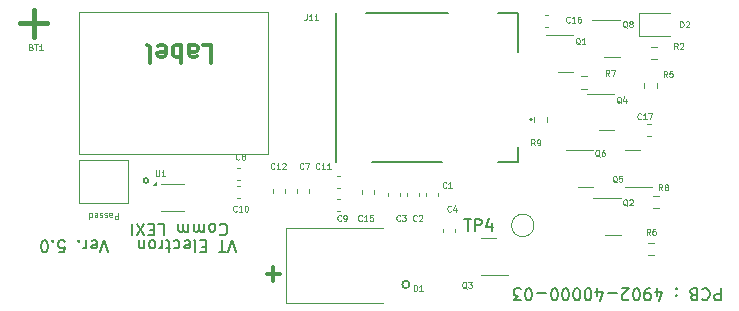
<source format=gbr>
%TF.GenerationSoftware,KiCad,Pcbnew,8.0.5*%
%TF.CreationDate,2024-10-18T11:15:47+01:00*%
%TF.ProjectId,LEXI-R422-Rev 3,4c455849-2d52-4343-9232-2d5265762033,rev?*%
%TF.SameCoordinates,Original*%
%TF.FileFunction,Legend,Top*%
%TF.FilePolarity,Positive*%
%FSLAX46Y46*%
G04 Gerber Fmt 4.6, Leading zero omitted, Abs format (unit mm)*
G04 Created by KiCad (PCBNEW 8.0.5) date 2024-10-18 11:15:47*
%MOMM*%
%LPD*%
G01*
G04 APERTURE LIST*
%ADD10C,0.200000*%
%ADD11C,0.100000*%
%ADD12C,0.300000*%
%ADD13C,0.150000*%
%ADD14C,0.450000*%
%ADD15C,0.120000*%
%ADD16C,0.127000*%
G04 APERTURE END LIST*
D10*
X46510047Y-1200000D02*
G75*
G02*
X45889953Y-1200000I-310047J0D01*
G01*
X45889953Y-1200000D02*
G75*
G02*
X46510047Y-1200000I310047J0D01*
G01*
X24400000Y7600000D02*
G75*
G02*
X24000000Y7600000I-200000J0D01*
G01*
X24000000Y7600000D02*
G75*
G02*
X24400000Y7600000I200000J0D01*
G01*
D11*
X18525200Y9338800D02*
X22640000Y9338800D01*
X22640000Y5681200D01*
X18525200Y5681200D01*
X18525200Y9338800D01*
D10*
X72868094Y-1527780D02*
X72868094Y-2527780D01*
X72868094Y-2527780D02*
X72487142Y-2527780D01*
X72487142Y-2527780D02*
X72391904Y-2480161D01*
X72391904Y-2480161D02*
X72344285Y-2432542D01*
X72344285Y-2432542D02*
X72296666Y-2337304D01*
X72296666Y-2337304D02*
X72296666Y-2194447D01*
X72296666Y-2194447D02*
X72344285Y-2099209D01*
X72344285Y-2099209D02*
X72391904Y-2051590D01*
X72391904Y-2051590D02*
X72487142Y-2003971D01*
X72487142Y-2003971D02*
X72868094Y-2003971D01*
X71296666Y-1623019D02*
X71344285Y-1575400D01*
X71344285Y-1575400D02*
X71487142Y-1527780D01*
X71487142Y-1527780D02*
X71582380Y-1527780D01*
X71582380Y-1527780D02*
X71725237Y-1575400D01*
X71725237Y-1575400D02*
X71820475Y-1670638D01*
X71820475Y-1670638D02*
X71868094Y-1765876D01*
X71868094Y-1765876D02*
X71915713Y-1956352D01*
X71915713Y-1956352D02*
X71915713Y-2099209D01*
X71915713Y-2099209D02*
X71868094Y-2289685D01*
X71868094Y-2289685D02*
X71820475Y-2384923D01*
X71820475Y-2384923D02*
X71725237Y-2480161D01*
X71725237Y-2480161D02*
X71582380Y-2527780D01*
X71582380Y-2527780D02*
X71487142Y-2527780D01*
X71487142Y-2527780D02*
X71344285Y-2480161D01*
X71344285Y-2480161D02*
X71296666Y-2432542D01*
X70534761Y-2051590D02*
X70391904Y-2003971D01*
X70391904Y-2003971D02*
X70344285Y-1956352D01*
X70344285Y-1956352D02*
X70296666Y-1861114D01*
X70296666Y-1861114D02*
X70296666Y-1718257D01*
X70296666Y-1718257D02*
X70344285Y-1623019D01*
X70344285Y-1623019D02*
X70391904Y-1575400D01*
X70391904Y-1575400D02*
X70487142Y-1527780D01*
X70487142Y-1527780D02*
X70868094Y-1527780D01*
X70868094Y-1527780D02*
X70868094Y-2527780D01*
X70868094Y-2527780D02*
X70534761Y-2527780D01*
X70534761Y-2527780D02*
X70439523Y-2480161D01*
X70439523Y-2480161D02*
X70391904Y-2432542D01*
X70391904Y-2432542D02*
X70344285Y-2337304D01*
X70344285Y-2337304D02*
X70344285Y-2242066D01*
X70344285Y-2242066D02*
X70391904Y-2146828D01*
X70391904Y-2146828D02*
X70439523Y-2099209D01*
X70439523Y-2099209D02*
X70534761Y-2051590D01*
X70534761Y-2051590D02*
X70868094Y-2051590D01*
X69106189Y-1623019D02*
X69058570Y-1575400D01*
X69058570Y-1575400D02*
X69106189Y-1527780D01*
X69106189Y-1527780D02*
X69153808Y-1575400D01*
X69153808Y-1575400D02*
X69106189Y-1623019D01*
X69106189Y-1623019D02*
X69106189Y-1527780D01*
X69106189Y-2146828D02*
X69058570Y-2099209D01*
X69058570Y-2099209D02*
X69106189Y-2051590D01*
X69106189Y-2051590D02*
X69153808Y-2099209D01*
X69153808Y-2099209D02*
X69106189Y-2146828D01*
X69106189Y-2146828D02*
X69106189Y-2051590D01*
X67439523Y-2194447D02*
X67439523Y-1527780D01*
X67677618Y-2575400D02*
X67915713Y-1861114D01*
X67915713Y-1861114D02*
X67296666Y-1861114D01*
X66868094Y-1527780D02*
X66677618Y-1527780D01*
X66677618Y-1527780D02*
X66582380Y-1575400D01*
X66582380Y-1575400D02*
X66534761Y-1623019D01*
X66534761Y-1623019D02*
X66439523Y-1765876D01*
X66439523Y-1765876D02*
X66391904Y-1956352D01*
X66391904Y-1956352D02*
X66391904Y-2337304D01*
X66391904Y-2337304D02*
X66439523Y-2432542D01*
X66439523Y-2432542D02*
X66487142Y-2480161D01*
X66487142Y-2480161D02*
X66582380Y-2527780D01*
X66582380Y-2527780D02*
X66772856Y-2527780D01*
X66772856Y-2527780D02*
X66868094Y-2480161D01*
X66868094Y-2480161D02*
X66915713Y-2432542D01*
X66915713Y-2432542D02*
X66963332Y-2337304D01*
X66963332Y-2337304D02*
X66963332Y-2099209D01*
X66963332Y-2099209D02*
X66915713Y-2003971D01*
X66915713Y-2003971D02*
X66868094Y-1956352D01*
X66868094Y-1956352D02*
X66772856Y-1908733D01*
X66772856Y-1908733D02*
X66582380Y-1908733D01*
X66582380Y-1908733D02*
X66487142Y-1956352D01*
X66487142Y-1956352D02*
X66439523Y-2003971D01*
X66439523Y-2003971D02*
X66391904Y-2099209D01*
X65772856Y-2527780D02*
X65677618Y-2527780D01*
X65677618Y-2527780D02*
X65582380Y-2480161D01*
X65582380Y-2480161D02*
X65534761Y-2432542D01*
X65534761Y-2432542D02*
X65487142Y-2337304D01*
X65487142Y-2337304D02*
X65439523Y-2146828D01*
X65439523Y-2146828D02*
X65439523Y-1908733D01*
X65439523Y-1908733D02*
X65487142Y-1718257D01*
X65487142Y-1718257D02*
X65534761Y-1623019D01*
X65534761Y-1623019D02*
X65582380Y-1575400D01*
X65582380Y-1575400D02*
X65677618Y-1527780D01*
X65677618Y-1527780D02*
X65772856Y-1527780D01*
X65772856Y-1527780D02*
X65868094Y-1575400D01*
X65868094Y-1575400D02*
X65915713Y-1623019D01*
X65915713Y-1623019D02*
X65963332Y-1718257D01*
X65963332Y-1718257D02*
X66010951Y-1908733D01*
X66010951Y-1908733D02*
X66010951Y-2146828D01*
X66010951Y-2146828D02*
X65963332Y-2337304D01*
X65963332Y-2337304D02*
X65915713Y-2432542D01*
X65915713Y-2432542D02*
X65868094Y-2480161D01*
X65868094Y-2480161D02*
X65772856Y-2527780D01*
X65058570Y-2432542D02*
X65010951Y-2480161D01*
X65010951Y-2480161D02*
X64915713Y-2527780D01*
X64915713Y-2527780D02*
X64677618Y-2527780D01*
X64677618Y-2527780D02*
X64582380Y-2480161D01*
X64582380Y-2480161D02*
X64534761Y-2432542D01*
X64534761Y-2432542D02*
X64487142Y-2337304D01*
X64487142Y-2337304D02*
X64487142Y-2242066D01*
X64487142Y-2242066D02*
X64534761Y-2099209D01*
X64534761Y-2099209D02*
X65106189Y-1527780D01*
X65106189Y-1527780D02*
X64487142Y-1527780D01*
X64058570Y-1908733D02*
X63296666Y-1908733D01*
X62391904Y-2194447D02*
X62391904Y-1527780D01*
X62629999Y-2575400D02*
X62868094Y-1861114D01*
X62868094Y-1861114D02*
X62249047Y-1861114D01*
X61677618Y-2527780D02*
X61582380Y-2527780D01*
X61582380Y-2527780D02*
X61487142Y-2480161D01*
X61487142Y-2480161D02*
X61439523Y-2432542D01*
X61439523Y-2432542D02*
X61391904Y-2337304D01*
X61391904Y-2337304D02*
X61344285Y-2146828D01*
X61344285Y-2146828D02*
X61344285Y-1908733D01*
X61344285Y-1908733D02*
X61391904Y-1718257D01*
X61391904Y-1718257D02*
X61439523Y-1623019D01*
X61439523Y-1623019D02*
X61487142Y-1575400D01*
X61487142Y-1575400D02*
X61582380Y-1527780D01*
X61582380Y-1527780D02*
X61677618Y-1527780D01*
X61677618Y-1527780D02*
X61772856Y-1575400D01*
X61772856Y-1575400D02*
X61820475Y-1623019D01*
X61820475Y-1623019D02*
X61868094Y-1718257D01*
X61868094Y-1718257D02*
X61915713Y-1908733D01*
X61915713Y-1908733D02*
X61915713Y-2146828D01*
X61915713Y-2146828D02*
X61868094Y-2337304D01*
X61868094Y-2337304D02*
X61820475Y-2432542D01*
X61820475Y-2432542D02*
X61772856Y-2480161D01*
X61772856Y-2480161D02*
X61677618Y-2527780D01*
X60725237Y-2527780D02*
X60629999Y-2527780D01*
X60629999Y-2527780D02*
X60534761Y-2480161D01*
X60534761Y-2480161D02*
X60487142Y-2432542D01*
X60487142Y-2432542D02*
X60439523Y-2337304D01*
X60439523Y-2337304D02*
X60391904Y-2146828D01*
X60391904Y-2146828D02*
X60391904Y-1908733D01*
X60391904Y-1908733D02*
X60439523Y-1718257D01*
X60439523Y-1718257D02*
X60487142Y-1623019D01*
X60487142Y-1623019D02*
X60534761Y-1575400D01*
X60534761Y-1575400D02*
X60629999Y-1527780D01*
X60629999Y-1527780D02*
X60725237Y-1527780D01*
X60725237Y-1527780D02*
X60820475Y-1575400D01*
X60820475Y-1575400D02*
X60868094Y-1623019D01*
X60868094Y-1623019D02*
X60915713Y-1718257D01*
X60915713Y-1718257D02*
X60963332Y-1908733D01*
X60963332Y-1908733D02*
X60963332Y-2146828D01*
X60963332Y-2146828D02*
X60915713Y-2337304D01*
X60915713Y-2337304D02*
X60868094Y-2432542D01*
X60868094Y-2432542D02*
X60820475Y-2480161D01*
X60820475Y-2480161D02*
X60725237Y-2527780D01*
X59772856Y-2527780D02*
X59677618Y-2527780D01*
X59677618Y-2527780D02*
X59582380Y-2480161D01*
X59582380Y-2480161D02*
X59534761Y-2432542D01*
X59534761Y-2432542D02*
X59487142Y-2337304D01*
X59487142Y-2337304D02*
X59439523Y-2146828D01*
X59439523Y-2146828D02*
X59439523Y-1908733D01*
X59439523Y-1908733D02*
X59487142Y-1718257D01*
X59487142Y-1718257D02*
X59534761Y-1623019D01*
X59534761Y-1623019D02*
X59582380Y-1575400D01*
X59582380Y-1575400D02*
X59677618Y-1527780D01*
X59677618Y-1527780D02*
X59772856Y-1527780D01*
X59772856Y-1527780D02*
X59868094Y-1575400D01*
X59868094Y-1575400D02*
X59915713Y-1623019D01*
X59915713Y-1623019D02*
X59963332Y-1718257D01*
X59963332Y-1718257D02*
X60010951Y-1908733D01*
X60010951Y-1908733D02*
X60010951Y-2146828D01*
X60010951Y-2146828D02*
X59963332Y-2337304D01*
X59963332Y-2337304D02*
X59915713Y-2432542D01*
X59915713Y-2432542D02*
X59868094Y-2480161D01*
X59868094Y-2480161D02*
X59772856Y-2527780D01*
X58820475Y-2527780D02*
X58725237Y-2527780D01*
X58725237Y-2527780D02*
X58629999Y-2480161D01*
X58629999Y-2480161D02*
X58582380Y-2432542D01*
X58582380Y-2432542D02*
X58534761Y-2337304D01*
X58534761Y-2337304D02*
X58487142Y-2146828D01*
X58487142Y-2146828D02*
X58487142Y-1908733D01*
X58487142Y-1908733D02*
X58534761Y-1718257D01*
X58534761Y-1718257D02*
X58582380Y-1623019D01*
X58582380Y-1623019D02*
X58629999Y-1575400D01*
X58629999Y-1575400D02*
X58725237Y-1527780D01*
X58725237Y-1527780D02*
X58820475Y-1527780D01*
X58820475Y-1527780D02*
X58915713Y-1575400D01*
X58915713Y-1575400D02*
X58963332Y-1623019D01*
X58963332Y-1623019D02*
X59010951Y-1718257D01*
X59010951Y-1718257D02*
X59058570Y-1908733D01*
X59058570Y-1908733D02*
X59058570Y-2146828D01*
X59058570Y-2146828D02*
X59010951Y-2337304D01*
X59010951Y-2337304D02*
X58963332Y-2432542D01*
X58963332Y-2432542D02*
X58915713Y-2480161D01*
X58915713Y-2480161D02*
X58820475Y-2527780D01*
X58058570Y-1908733D02*
X57296666Y-1908733D01*
X56629999Y-2527780D02*
X56534761Y-2527780D01*
X56534761Y-2527780D02*
X56439523Y-2480161D01*
X56439523Y-2480161D02*
X56391904Y-2432542D01*
X56391904Y-2432542D02*
X56344285Y-2337304D01*
X56344285Y-2337304D02*
X56296666Y-2146828D01*
X56296666Y-2146828D02*
X56296666Y-1908733D01*
X56296666Y-1908733D02*
X56344285Y-1718257D01*
X56344285Y-1718257D02*
X56391904Y-1623019D01*
X56391904Y-1623019D02*
X56439523Y-1575400D01*
X56439523Y-1575400D02*
X56534761Y-1527780D01*
X56534761Y-1527780D02*
X56629999Y-1527780D01*
X56629999Y-1527780D02*
X56725237Y-1575400D01*
X56725237Y-1575400D02*
X56772856Y-1623019D01*
X56772856Y-1623019D02*
X56820475Y-1718257D01*
X56820475Y-1718257D02*
X56868094Y-1908733D01*
X56868094Y-1908733D02*
X56868094Y-2146828D01*
X56868094Y-2146828D02*
X56820475Y-2337304D01*
X56820475Y-2337304D02*
X56772856Y-2432542D01*
X56772856Y-2432542D02*
X56725237Y-2480161D01*
X56725237Y-2480161D02*
X56629999Y-2527780D01*
X55963332Y-2527780D02*
X55344285Y-2527780D01*
X55344285Y-2527780D02*
X55677618Y-2146828D01*
X55677618Y-2146828D02*
X55534761Y-2146828D01*
X55534761Y-2146828D02*
X55439523Y-2099209D01*
X55439523Y-2099209D02*
X55391904Y-2051590D01*
X55391904Y-2051590D02*
X55344285Y-1956352D01*
X55344285Y-1956352D02*
X55344285Y-1718257D01*
X55344285Y-1718257D02*
X55391904Y-1623019D01*
X55391904Y-1623019D02*
X55439523Y-1575400D01*
X55439523Y-1575400D02*
X55534761Y-1527780D01*
X55534761Y-1527780D02*
X55820475Y-1527780D01*
X55820475Y-1527780D02*
X55915713Y-1575400D01*
X55915713Y-1575400D02*
X55963332Y-1623019D01*
X31795715Y1522219D02*
X31462382Y2522219D01*
X31462382Y2522219D02*
X31129049Y1522219D01*
X30938572Y1522219D02*
X30367144Y1522219D01*
X30652858Y2522219D02*
X30652858Y1522219D01*
X29271905Y1998409D02*
X28938572Y1998409D01*
X28795715Y2522219D02*
X29271905Y2522219D01*
X29271905Y2522219D02*
X29271905Y1522219D01*
X29271905Y1522219D02*
X28795715Y1522219D01*
X28224286Y2522219D02*
X28319524Y2474600D01*
X28319524Y2474600D02*
X28367143Y2379361D01*
X28367143Y2379361D02*
X28367143Y1522219D01*
X27462381Y2474600D02*
X27557619Y2522219D01*
X27557619Y2522219D02*
X27748095Y2522219D01*
X27748095Y2522219D02*
X27843333Y2474600D01*
X27843333Y2474600D02*
X27890952Y2379361D01*
X27890952Y2379361D02*
X27890952Y1998409D01*
X27890952Y1998409D02*
X27843333Y1903171D01*
X27843333Y1903171D02*
X27748095Y1855552D01*
X27748095Y1855552D02*
X27557619Y1855552D01*
X27557619Y1855552D02*
X27462381Y1903171D01*
X27462381Y1903171D02*
X27414762Y1998409D01*
X27414762Y1998409D02*
X27414762Y2093647D01*
X27414762Y2093647D02*
X27890952Y2188885D01*
X26557619Y2474600D02*
X26652857Y2522219D01*
X26652857Y2522219D02*
X26843333Y2522219D01*
X26843333Y2522219D02*
X26938571Y2474600D01*
X26938571Y2474600D02*
X26986190Y2426980D01*
X26986190Y2426980D02*
X27033809Y2331742D01*
X27033809Y2331742D02*
X27033809Y2046028D01*
X27033809Y2046028D02*
X26986190Y1950790D01*
X26986190Y1950790D02*
X26938571Y1903171D01*
X26938571Y1903171D02*
X26843333Y1855552D01*
X26843333Y1855552D02*
X26652857Y1855552D01*
X26652857Y1855552D02*
X26557619Y1903171D01*
X26271904Y1855552D02*
X25890952Y1855552D01*
X26129047Y1522219D02*
X26129047Y2379361D01*
X26129047Y2379361D02*
X26081428Y2474600D01*
X26081428Y2474600D02*
X25986190Y2522219D01*
X25986190Y2522219D02*
X25890952Y2522219D01*
X25557618Y2522219D02*
X25557618Y1855552D01*
X25557618Y2046028D02*
X25509999Y1950790D01*
X25509999Y1950790D02*
X25462380Y1903171D01*
X25462380Y1903171D02*
X25367142Y1855552D01*
X25367142Y1855552D02*
X25271904Y1855552D01*
X24795713Y2522219D02*
X24890951Y2474600D01*
X24890951Y2474600D02*
X24938570Y2426980D01*
X24938570Y2426980D02*
X24986189Y2331742D01*
X24986189Y2331742D02*
X24986189Y2046028D01*
X24986189Y2046028D02*
X24938570Y1950790D01*
X24938570Y1950790D02*
X24890951Y1903171D01*
X24890951Y1903171D02*
X24795713Y1855552D01*
X24795713Y1855552D02*
X24652856Y1855552D01*
X24652856Y1855552D02*
X24557618Y1903171D01*
X24557618Y1903171D02*
X24509999Y1950790D01*
X24509999Y1950790D02*
X24462380Y2046028D01*
X24462380Y2046028D02*
X24462380Y2331742D01*
X24462380Y2331742D02*
X24509999Y2426980D01*
X24509999Y2426980D02*
X24557618Y2474600D01*
X24557618Y2474600D02*
X24652856Y2522219D01*
X24652856Y2522219D02*
X24795713Y2522219D01*
X24033808Y1855552D02*
X24033808Y2522219D01*
X24033808Y1950790D02*
X23986189Y1903171D01*
X23986189Y1903171D02*
X23890951Y1855552D01*
X23890951Y1855552D02*
X23748094Y1855552D01*
X23748094Y1855552D02*
X23652856Y1903171D01*
X23652856Y1903171D02*
X23605237Y1998409D01*
X23605237Y1998409D02*
X23605237Y2522219D01*
X20986188Y1522219D02*
X20652855Y2522219D01*
X20652855Y2522219D02*
X20319522Y1522219D01*
X19605236Y2474600D02*
X19700474Y2522219D01*
X19700474Y2522219D02*
X19890950Y2522219D01*
X19890950Y2522219D02*
X19986188Y2474600D01*
X19986188Y2474600D02*
X20033807Y2379361D01*
X20033807Y2379361D02*
X20033807Y1998409D01*
X20033807Y1998409D02*
X19986188Y1903171D01*
X19986188Y1903171D02*
X19890950Y1855552D01*
X19890950Y1855552D02*
X19700474Y1855552D01*
X19700474Y1855552D02*
X19605236Y1903171D01*
X19605236Y1903171D02*
X19557617Y1998409D01*
X19557617Y1998409D02*
X19557617Y2093647D01*
X19557617Y2093647D02*
X20033807Y2188885D01*
X19129045Y2522219D02*
X19129045Y1855552D01*
X19129045Y2046028D02*
X19081426Y1950790D01*
X19081426Y1950790D02*
X19033807Y1903171D01*
X19033807Y1903171D02*
X18938569Y1855552D01*
X18938569Y1855552D02*
X18843331Y1855552D01*
X18509997Y2426980D02*
X18462378Y2474600D01*
X18462378Y2474600D02*
X18509997Y2522219D01*
X18509997Y2522219D02*
X18557616Y2474600D01*
X18557616Y2474600D02*
X18509997Y2426980D01*
X18509997Y2426980D02*
X18509997Y2522219D01*
X16795712Y1522219D02*
X17271902Y1522219D01*
X17271902Y1522219D02*
X17319521Y1998409D01*
X17319521Y1998409D02*
X17271902Y1950790D01*
X17271902Y1950790D02*
X17176664Y1903171D01*
X17176664Y1903171D02*
X16938569Y1903171D01*
X16938569Y1903171D02*
X16843331Y1950790D01*
X16843331Y1950790D02*
X16795712Y1998409D01*
X16795712Y1998409D02*
X16748093Y2093647D01*
X16748093Y2093647D02*
X16748093Y2331742D01*
X16748093Y2331742D02*
X16795712Y2426980D01*
X16795712Y2426980D02*
X16843331Y2474600D01*
X16843331Y2474600D02*
X16938569Y2522219D01*
X16938569Y2522219D02*
X17176664Y2522219D01*
X17176664Y2522219D02*
X17271902Y2474600D01*
X17271902Y2474600D02*
X17319521Y2426980D01*
X16319521Y2426980D02*
X16271902Y2474600D01*
X16271902Y2474600D02*
X16319521Y2522219D01*
X16319521Y2522219D02*
X16367140Y2474600D01*
X16367140Y2474600D02*
X16319521Y2426980D01*
X16319521Y2426980D02*
X16319521Y2522219D01*
X15652855Y1522219D02*
X15557617Y1522219D01*
X15557617Y1522219D02*
X15462379Y1569838D01*
X15462379Y1569838D02*
X15414760Y1617457D01*
X15414760Y1617457D02*
X15367141Y1712695D01*
X15367141Y1712695D02*
X15319522Y1903171D01*
X15319522Y1903171D02*
X15319522Y2141266D01*
X15319522Y2141266D02*
X15367141Y2331742D01*
X15367141Y2331742D02*
X15414760Y2426980D01*
X15414760Y2426980D02*
X15462379Y2474600D01*
X15462379Y2474600D02*
X15557617Y2522219D01*
X15557617Y2522219D02*
X15652855Y2522219D01*
X15652855Y2522219D02*
X15748093Y2474600D01*
X15748093Y2474600D02*
X15795712Y2426980D01*
X15795712Y2426980D02*
X15843331Y2331742D01*
X15843331Y2331742D02*
X15890950Y2141266D01*
X15890950Y2141266D02*
X15890950Y1903171D01*
X15890950Y1903171D02*
X15843331Y1712695D01*
X15843331Y1712695D02*
X15795712Y1617457D01*
X15795712Y1617457D02*
X15748093Y1569838D01*
X15748093Y1569838D02*
X15652855Y1522219D01*
D12*
X29018571Y19078328D02*
X29732857Y19078328D01*
X29732857Y19078328D02*
X29732857Y17578328D01*
X27875714Y19078328D02*
X27875714Y18292614D01*
X27875714Y18292614D02*
X27947142Y18149757D01*
X27947142Y18149757D02*
X28089999Y18078328D01*
X28089999Y18078328D02*
X28375714Y18078328D01*
X28375714Y18078328D02*
X28518571Y18149757D01*
X27875714Y19006900D02*
X28018571Y19078328D01*
X28018571Y19078328D02*
X28375714Y19078328D01*
X28375714Y19078328D02*
X28518571Y19006900D01*
X28518571Y19006900D02*
X28589999Y18864042D01*
X28589999Y18864042D02*
X28589999Y18721185D01*
X28589999Y18721185D02*
X28518571Y18578328D01*
X28518571Y18578328D02*
X28375714Y18506900D01*
X28375714Y18506900D02*
X28018571Y18506900D01*
X28018571Y18506900D02*
X27875714Y18435471D01*
X27161428Y19078328D02*
X27161428Y17578328D01*
X27161428Y18149757D02*
X27018571Y18078328D01*
X27018571Y18078328D02*
X26732856Y18078328D01*
X26732856Y18078328D02*
X26589999Y18149757D01*
X26589999Y18149757D02*
X26518571Y18221185D01*
X26518571Y18221185D02*
X26447142Y18364042D01*
X26447142Y18364042D02*
X26447142Y18792614D01*
X26447142Y18792614D02*
X26518571Y18935471D01*
X26518571Y18935471D02*
X26589999Y19006900D01*
X26589999Y19006900D02*
X26732856Y19078328D01*
X26732856Y19078328D02*
X27018571Y19078328D01*
X27018571Y19078328D02*
X27161428Y19006900D01*
X25232856Y19006900D02*
X25375713Y19078328D01*
X25375713Y19078328D02*
X25661428Y19078328D01*
X25661428Y19078328D02*
X25804285Y19006900D01*
X25804285Y19006900D02*
X25875713Y18864042D01*
X25875713Y18864042D02*
X25875713Y18292614D01*
X25875713Y18292614D02*
X25804285Y18149757D01*
X25804285Y18149757D02*
X25661428Y18078328D01*
X25661428Y18078328D02*
X25375713Y18078328D01*
X25375713Y18078328D02*
X25232856Y18149757D01*
X25232856Y18149757D02*
X25161428Y18292614D01*
X25161428Y18292614D02*
X25161428Y18435471D01*
X25161428Y18435471D02*
X25875713Y18578328D01*
X24304285Y19078328D02*
X24447142Y19006900D01*
X24447142Y19006900D02*
X24518571Y18864042D01*
X24518571Y18864042D02*
X24518571Y17578328D01*
D11*
X21822380Y4856109D02*
X21822380Y4356109D01*
X21822380Y4356109D02*
X21631904Y4356109D01*
X21631904Y4356109D02*
X21584285Y4379919D01*
X21584285Y4379919D02*
X21560475Y4403728D01*
X21560475Y4403728D02*
X21536666Y4451347D01*
X21536666Y4451347D02*
X21536666Y4522776D01*
X21536666Y4522776D02*
X21560475Y4570395D01*
X21560475Y4570395D02*
X21584285Y4594204D01*
X21584285Y4594204D02*
X21631904Y4618014D01*
X21631904Y4618014D02*
X21822380Y4618014D01*
X21108094Y4856109D02*
X21108094Y4594204D01*
X21108094Y4594204D02*
X21131904Y4546585D01*
X21131904Y4546585D02*
X21179523Y4522776D01*
X21179523Y4522776D02*
X21274761Y4522776D01*
X21274761Y4522776D02*
X21322380Y4546585D01*
X21108094Y4832300D02*
X21155713Y4856109D01*
X21155713Y4856109D02*
X21274761Y4856109D01*
X21274761Y4856109D02*
X21322380Y4832300D01*
X21322380Y4832300D02*
X21346189Y4784680D01*
X21346189Y4784680D02*
X21346189Y4737061D01*
X21346189Y4737061D02*
X21322380Y4689442D01*
X21322380Y4689442D02*
X21274761Y4665633D01*
X21274761Y4665633D02*
X21155713Y4665633D01*
X21155713Y4665633D02*
X21108094Y4641823D01*
X20893808Y4832300D02*
X20846189Y4856109D01*
X20846189Y4856109D02*
X20750951Y4856109D01*
X20750951Y4856109D02*
X20703332Y4832300D01*
X20703332Y4832300D02*
X20679523Y4784680D01*
X20679523Y4784680D02*
X20679523Y4760871D01*
X20679523Y4760871D02*
X20703332Y4713252D01*
X20703332Y4713252D02*
X20750951Y4689442D01*
X20750951Y4689442D02*
X20822380Y4689442D01*
X20822380Y4689442D02*
X20869999Y4665633D01*
X20869999Y4665633D02*
X20893808Y4618014D01*
X20893808Y4618014D02*
X20893808Y4594204D01*
X20893808Y4594204D02*
X20869999Y4546585D01*
X20869999Y4546585D02*
X20822380Y4522776D01*
X20822380Y4522776D02*
X20750951Y4522776D01*
X20750951Y4522776D02*
X20703332Y4546585D01*
X20489046Y4832300D02*
X20441427Y4856109D01*
X20441427Y4856109D02*
X20346189Y4856109D01*
X20346189Y4856109D02*
X20298570Y4832300D01*
X20298570Y4832300D02*
X20274761Y4784680D01*
X20274761Y4784680D02*
X20274761Y4760871D01*
X20274761Y4760871D02*
X20298570Y4713252D01*
X20298570Y4713252D02*
X20346189Y4689442D01*
X20346189Y4689442D02*
X20417618Y4689442D01*
X20417618Y4689442D02*
X20465237Y4665633D01*
X20465237Y4665633D02*
X20489046Y4618014D01*
X20489046Y4618014D02*
X20489046Y4594204D01*
X20489046Y4594204D02*
X20465237Y4546585D01*
X20465237Y4546585D02*
X20417618Y4522776D01*
X20417618Y4522776D02*
X20346189Y4522776D01*
X20346189Y4522776D02*
X20298570Y4546585D01*
X19869999Y4832300D02*
X19917618Y4856109D01*
X19917618Y4856109D02*
X20012856Y4856109D01*
X20012856Y4856109D02*
X20060475Y4832300D01*
X20060475Y4832300D02*
X20084284Y4784680D01*
X20084284Y4784680D02*
X20084284Y4594204D01*
X20084284Y4594204D02*
X20060475Y4546585D01*
X20060475Y4546585D02*
X20012856Y4522776D01*
X20012856Y4522776D02*
X19917618Y4522776D01*
X19917618Y4522776D02*
X19869999Y4546585D01*
X19869999Y4546585D02*
X19846189Y4594204D01*
X19846189Y4594204D02*
X19846189Y4641823D01*
X19846189Y4641823D02*
X20084284Y4689442D01*
X19417618Y4856109D02*
X19417618Y4356109D01*
X19417618Y4832300D02*
X19465237Y4856109D01*
X19465237Y4856109D02*
X19560475Y4856109D01*
X19560475Y4856109D02*
X19608094Y4832300D01*
X19608094Y4832300D02*
X19631904Y4808490D01*
X19631904Y4808490D02*
X19655713Y4760871D01*
X19655713Y4760871D02*
X19655713Y4618014D01*
X19655713Y4618014D02*
X19631904Y4570395D01*
X19631904Y4570395D02*
X19608094Y4546585D01*
X19608094Y4546585D02*
X19560475Y4522776D01*
X19560475Y4522776D02*
X19465237Y4522776D01*
X19465237Y4522776D02*
X19417618Y4546585D01*
D10*
X30448571Y3852008D02*
X30496190Y3899628D01*
X30496190Y3899628D02*
X30639047Y3947247D01*
X30639047Y3947247D02*
X30734285Y3947247D01*
X30734285Y3947247D02*
X30877142Y3899628D01*
X30877142Y3899628D02*
X30972380Y3804389D01*
X30972380Y3804389D02*
X31019999Y3709151D01*
X31019999Y3709151D02*
X31067618Y3518675D01*
X31067618Y3518675D02*
X31067618Y3375818D01*
X31067618Y3375818D02*
X31019999Y3185342D01*
X31019999Y3185342D02*
X30972380Y3090104D01*
X30972380Y3090104D02*
X30877142Y2994866D01*
X30877142Y2994866D02*
X30734285Y2947247D01*
X30734285Y2947247D02*
X30639047Y2947247D01*
X30639047Y2947247D02*
X30496190Y2994866D01*
X30496190Y2994866D02*
X30448571Y3042485D01*
X29877142Y3947247D02*
X29972380Y3899628D01*
X29972380Y3899628D02*
X30019999Y3852008D01*
X30019999Y3852008D02*
X30067618Y3756770D01*
X30067618Y3756770D02*
X30067618Y3471056D01*
X30067618Y3471056D02*
X30019999Y3375818D01*
X30019999Y3375818D02*
X29972380Y3328199D01*
X29972380Y3328199D02*
X29877142Y3280580D01*
X29877142Y3280580D02*
X29734285Y3280580D01*
X29734285Y3280580D02*
X29639047Y3328199D01*
X29639047Y3328199D02*
X29591428Y3375818D01*
X29591428Y3375818D02*
X29543809Y3471056D01*
X29543809Y3471056D02*
X29543809Y3756770D01*
X29543809Y3756770D02*
X29591428Y3852008D01*
X29591428Y3852008D02*
X29639047Y3899628D01*
X29639047Y3899628D02*
X29734285Y3947247D01*
X29734285Y3947247D02*
X29877142Y3947247D01*
X29115237Y3947247D02*
X29115237Y3280580D01*
X29115237Y3375818D02*
X29067618Y3328199D01*
X29067618Y3328199D02*
X28972380Y3280580D01*
X28972380Y3280580D02*
X28829523Y3280580D01*
X28829523Y3280580D02*
X28734285Y3328199D01*
X28734285Y3328199D02*
X28686666Y3423437D01*
X28686666Y3423437D02*
X28686666Y3947247D01*
X28686666Y3423437D02*
X28639047Y3328199D01*
X28639047Y3328199D02*
X28543809Y3280580D01*
X28543809Y3280580D02*
X28400952Y3280580D01*
X28400952Y3280580D02*
X28305713Y3328199D01*
X28305713Y3328199D02*
X28258094Y3423437D01*
X28258094Y3423437D02*
X28258094Y3947247D01*
X27781904Y3947247D02*
X27781904Y3280580D01*
X27781904Y3375818D02*
X27734285Y3328199D01*
X27734285Y3328199D02*
X27639047Y3280580D01*
X27639047Y3280580D02*
X27496190Y3280580D01*
X27496190Y3280580D02*
X27400952Y3328199D01*
X27400952Y3328199D02*
X27353333Y3423437D01*
X27353333Y3423437D02*
X27353333Y3947247D01*
X27353333Y3423437D02*
X27305714Y3328199D01*
X27305714Y3328199D02*
X27210476Y3280580D01*
X27210476Y3280580D02*
X27067619Y3280580D01*
X27067619Y3280580D02*
X26972380Y3328199D01*
X26972380Y3328199D02*
X26924761Y3423437D01*
X26924761Y3423437D02*
X26924761Y3947247D01*
X25210476Y3947247D02*
X25686666Y3947247D01*
X25686666Y3947247D02*
X25686666Y2947247D01*
X24877142Y3423437D02*
X24543809Y3423437D01*
X24400952Y3947247D02*
X24877142Y3947247D01*
X24877142Y3947247D02*
X24877142Y2947247D01*
X24877142Y2947247D02*
X24400952Y2947247D01*
X24067618Y2947247D02*
X23400952Y3947247D01*
X23400952Y2947247D02*
X24067618Y3947247D01*
X23019999Y3947247D02*
X23019999Y2947247D01*
D12*
X34408571Y-326900D02*
X35551429Y-326900D01*
X34980000Y-898328D02*
X34980000Y244528D01*
D11*
X49616666Y7021509D02*
X49592857Y6997700D01*
X49592857Y6997700D02*
X49521428Y6973890D01*
X49521428Y6973890D02*
X49473809Y6973890D01*
X49473809Y6973890D02*
X49402381Y6997700D01*
X49402381Y6997700D02*
X49354762Y7045319D01*
X49354762Y7045319D02*
X49330952Y7092938D01*
X49330952Y7092938D02*
X49307143Y7188176D01*
X49307143Y7188176D02*
X49307143Y7259604D01*
X49307143Y7259604D02*
X49330952Y7354842D01*
X49330952Y7354842D02*
X49354762Y7402461D01*
X49354762Y7402461D02*
X49402381Y7450080D01*
X49402381Y7450080D02*
X49473809Y7473890D01*
X49473809Y7473890D02*
X49521428Y7473890D01*
X49521428Y7473890D02*
X49592857Y7450080D01*
X49592857Y7450080D02*
X49616666Y7426271D01*
X50092857Y6973890D02*
X49807143Y6973890D01*
X49950000Y6973890D02*
X49950000Y7473890D01*
X49950000Y7473890D02*
X49902381Y7402461D01*
X49902381Y7402461D02*
X49854762Y7354842D01*
X49854762Y7354842D02*
X49807143Y7331033D01*
X47116666Y4221509D02*
X47092857Y4197700D01*
X47092857Y4197700D02*
X47021428Y4173890D01*
X47021428Y4173890D02*
X46973809Y4173890D01*
X46973809Y4173890D02*
X46902381Y4197700D01*
X46902381Y4197700D02*
X46854762Y4245319D01*
X46854762Y4245319D02*
X46830952Y4292938D01*
X46830952Y4292938D02*
X46807143Y4388176D01*
X46807143Y4388176D02*
X46807143Y4459604D01*
X46807143Y4459604D02*
X46830952Y4554842D01*
X46830952Y4554842D02*
X46854762Y4602461D01*
X46854762Y4602461D02*
X46902381Y4650080D01*
X46902381Y4650080D02*
X46973809Y4673890D01*
X46973809Y4673890D02*
X47021428Y4673890D01*
X47021428Y4673890D02*
X47092857Y4650080D01*
X47092857Y4650080D02*
X47116666Y4626271D01*
X47307143Y4626271D02*
X47330952Y4650080D01*
X47330952Y4650080D02*
X47378571Y4673890D01*
X47378571Y4673890D02*
X47497619Y4673890D01*
X47497619Y4673890D02*
X47545238Y4650080D01*
X47545238Y4650080D02*
X47569047Y4626271D01*
X47569047Y4626271D02*
X47592857Y4578652D01*
X47592857Y4578652D02*
X47592857Y4531033D01*
X47592857Y4531033D02*
X47569047Y4459604D01*
X47569047Y4459604D02*
X47283333Y4173890D01*
X47283333Y4173890D02*
X47592857Y4173890D01*
X45716666Y4221509D02*
X45692857Y4197700D01*
X45692857Y4197700D02*
X45621428Y4173890D01*
X45621428Y4173890D02*
X45573809Y4173890D01*
X45573809Y4173890D02*
X45502381Y4197700D01*
X45502381Y4197700D02*
X45454762Y4245319D01*
X45454762Y4245319D02*
X45430952Y4292938D01*
X45430952Y4292938D02*
X45407143Y4388176D01*
X45407143Y4388176D02*
X45407143Y4459604D01*
X45407143Y4459604D02*
X45430952Y4554842D01*
X45430952Y4554842D02*
X45454762Y4602461D01*
X45454762Y4602461D02*
X45502381Y4650080D01*
X45502381Y4650080D02*
X45573809Y4673890D01*
X45573809Y4673890D02*
X45621428Y4673890D01*
X45621428Y4673890D02*
X45692857Y4650080D01*
X45692857Y4650080D02*
X45716666Y4626271D01*
X45883333Y4673890D02*
X46192857Y4673890D01*
X46192857Y4673890D02*
X46026190Y4483414D01*
X46026190Y4483414D02*
X46097619Y4483414D01*
X46097619Y4483414D02*
X46145238Y4459604D01*
X46145238Y4459604D02*
X46169047Y4435795D01*
X46169047Y4435795D02*
X46192857Y4388176D01*
X46192857Y4388176D02*
X46192857Y4269128D01*
X46192857Y4269128D02*
X46169047Y4221509D01*
X46169047Y4221509D02*
X46145238Y4197700D01*
X46145238Y4197700D02*
X46097619Y4173890D01*
X46097619Y4173890D02*
X45954762Y4173890D01*
X45954762Y4173890D02*
X45907143Y4197700D01*
X45907143Y4197700D02*
X45883333Y4221509D01*
X50016666Y5021509D02*
X49992857Y4997700D01*
X49992857Y4997700D02*
X49921428Y4973890D01*
X49921428Y4973890D02*
X49873809Y4973890D01*
X49873809Y4973890D02*
X49802381Y4997700D01*
X49802381Y4997700D02*
X49754762Y5045319D01*
X49754762Y5045319D02*
X49730952Y5092938D01*
X49730952Y5092938D02*
X49707143Y5188176D01*
X49707143Y5188176D02*
X49707143Y5259604D01*
X49707143Y5259604D02*
X49730952Y5354842D01*
X49730952Y5354842D02*
X49754762Y5402461D01*
X49754762Y5402461D02*
X49802381Y5450080D01*
X49802381Y5450080D02*
X49873809Y5473890D01*
X49873809Y5473890D02*
X49921428Y5473890D01*
X49921428Y5473890D02*
X49992857Y5450080D01*
X49992857Y5450080D02*
X50016666Y5426271D01*
X50445238Y5307223D02*
X50445238Y4973890D01*
X50326190Y5497700D02*
X50207143Y5140557D01*
X50207143Y5140557D02*
X50516666Y5140557D01*
X37516666Y8621509D02*
X37492857Y8597700D01*
X37492857Y8597700D02*
X37421428Y8573890D01*
X37421428Y8573890D02*
X37373809Y8573890D01*
X37373809Y8573890D02*
X37302381Y8597700D01*
X37302381Y8597700D02*
X37254762Y8645319D01*
X37254762Y8645319D02*
X37230952Y8692938D01*
X37230952Y8692938D02*
X37207143Y8788176D01*
X37207143Y8788176D02*
X37207143Y8859604D01*
X37207143Y8859604D02*
X37230952Y8954842D01*
X37230952Y8954842D02*
X37254762Y9002461D01*
X37254762Y9002461D02*
X37302381Y9050080D01*
X37302381Y9050080D02*
X37373809Y9073890D01*
X37373809Y9073890D02*
X37421428Y9073890D01*
X37421428Y9073890D02*
X37492857Y9050080D01*
X37492857Y9050080D02*
X37516666Y9026271D01*
X37683333Y9073890D02*
X38016666Y9073890D01*
X38016666Y9073890D02*
X37802381Y8573890D01*
X32116666Y9421509D02*
X32092857Y9397700D01*
X32092857Y9397700D02*
X32021428Y9373890D01*
X32021428Y9373890D02*
X31973809Y9373890D01*
X31973809Y9373890D02*
X31902381Y9397700D01*
X31902381Y9397700D02*
X31854762Y9445319D01*
X31854762Y9445319D02*
X31830952Y9492938D01*
X31830952Y9492938D02*
X31807143Y9588176D01*
X31807143Y9588176D02*
X31807143Y9659604D01*
X31807143Y9659604D02*
X31830952Y9754842D01*
X31830952Y9754842D02*
X31854762Y9802461D01*
X31854762Y9802461D02*
X31902381Y9850080D01*
X31902381Y9850080D02*
X31973809Y9873890D01*
X31973809Y9873890D02*
X32021428Y9873890D01*
X32021428Y9873890D02*
X32092857Y9850080D01*
X32092857Y9850080D02*
X32116666Y9826271D01*
X32402381Y9659604D02*
X32354762Y9683414D01*
X32354762Y9683414D02*
X32330952Y9707223D01*
X32330952Y9707223D02*
X32307143Y9754842D01*
X32307143Y9754842D02*
X32307143Y9778652D01*
X32307143Y9778652D02*
X32330952Y9826271D01*
X32330952Y9826271D02*
X32354762Y9850080D01*
X32354762Y9850080D02*
X32402381Y9873890D01*
X32402381Y9873890D02*
X32497619Y9873890D01*
X32497619Y9873890D02*
X32545238Y9850080D01*
X32545238Y9850080D02*
X32569047Y9826271D01*
X32569047Y9826271D02*
X32592857Y9778652D01*
X32592857Y9778652D02*
X32592857Y9754842D01*
X32592857Y9754842D02*
X32569047Y9707223D01*
X32569047Y9707223D02*
X32545238Y9683414D01*
X32545238Y9683414D02*
X32497619Y9659604D01*
X32497619Y9659604D02*
X32402381Y9659604D01*
X32402381Y9659604D02*
X32354762Y9635795D01*
X32354762Y9635795D02*
X32330952Y9611985D01*
X32330952Y9611985D02*
X32307143Y9564366D01*
X32307143Y9564366D02*
X32307143Y9469128D01*
X32307143Y9469128D02*
X32330952Y9421509D01*
X32330952Y9421509D02*
X32354762Y9397700D01*
X32354762Y9397700D02*
X32402381Y9373890D01*
X32402381Y9373890D02*
X32497619Y9373890D01*
X32497619Y9373890D02*
X32545238Y9397700D01*
X32545238Y9397700D02*
X32569047Y9421509D01*
X32569047Y9421509D02*
X32592857Y9469128D01*
X32592857Y9469128D02*
X32592857Y9564366D01*
X32592857Y9564366D02*
X32569047Y9611985D01*
X32569047Y9611985D02*
X32545238Y9635795D01*
X32545238Y9635795D02*
X32497619Y9659604D01*
X40716666Y4221509D02*
X40692857Y4197700D01*
X40692857Y4197700D02*
X40621428Y4173890D01*
X40621428Y4173890D02*
X40573809Y4173890D01*
X40573809Y4173890D02*
X40502381Y4197700D01*
X40502381Y4197700D02*
X40454762Y4245319D01*
X40454762Y4245319D02*
X40430952Y4292938D01*
X40430952Y4292938D02*
X40407143Y4388176D01*
X40407143Y4388176D02*
X40407143Y4459604D01*
X40407143Y4459604D02*
X40430952Y4554842D01*
X40430952Y4554842D02*
X40454762Y4602461D01*
X40454762Y4602461D02*
X40502381Y4650080D01*
X40502381Y4650080D02*
X40573809Y4673890D01*
X40573809Y4673890D02*
X40621428Y4673890D01*
X40621428Y4673890D02*
X40692857Y4650080D01*
X40692857Y4650080D02*
X40716666Y4626271D01*
X40954762Y4173890D02*
X41050000Y4173890D01*
X41050000Y4173890D02*
X41097619Y4197700D01*
X41097619Y4197700D02*
X41121428Y4221509D01*
X41121428Y4221509D02*
X41169047Y4292938D01*
X41169047Y4292938D02*
X41192857Y4388176D01*
X41192857Y4388176D02*
X41192857Y4578652D01*
X41192857Y4578652D02*
X41169047Y4626271D01*
X41169047Y4626271D02*
X41145238Y4650080D01*
X41145238Y4650080D02*
X41097619Y4673890D01*
X41097619Y4673890D02*
X41002381Y4673890D01*
X41002381Y4673890D02*
X40954762Y4650080D01*
X40954762Y4650080D02*
X40930952Y4626271D01*
X40930952Y4626271D02*
X40907143Y4578652D01*
X40907143Y4578652D02*
X40907143Y4459604D01*
X40907143Y4459604D02*
X40930952Y4411985D01*
X40930952Y4411985D02*
X40954762Y4388176D01*
X40954762Y4388176D02*
X41002381Y4364366D01*
X41002381Y4364366D02*
X41097619Y4364366D01*
X41097619Y4364366D02*
X41145238Y4388176D01*
X41145238Y4388176D02*
X41169047Y4411985D01*
X41169047Y4411985D02*
X41192857Y4459604D01*
X31878571Y5021509D02*
X31854762Y4997700D01*
X31854762Y4997700D02*
X31783333Y4973890D01*
X31783333Y4973890D02*
X31735714Y4973890D01*
X31735714Y4973890D02*
X31664286Y4997700D01*
X31664286Y4997700D02*
X31616667Y5045319D01*
X31616667Y5045319D02*
X31592857Y5092938D01*
X31592857Y5092938D02*
X31569048Y5188176D01*
X31569048Y5188176D02*
X31569048Y5259604D01*
X31569048Y5259604D02*
X31592857Y5354842D01*
X31592857Y5354842D02*
X31616667Y5402461D01*
X31616667Y5402461D02*
X31664286Y5450080D01*
X31664286Y5450080D02*
X31735714Y5473890D01*
X31735714Y5473890D02*
X31783333Y5473890D01*
X31783333Y5473890D02*
X31854762Y5450080D01*
X31854762Y5450080D02*
X31878571Y5426271D01*
X32354762Y4973890D02*
X32069048Y4973890D01*
X32211905Y4973890D02*
X32211905Y5473890D01*
X32211905Y5473890D02*
X32164286Y5402461D01*
X32164286Y5402461D02*
X32116667Y5354842D01*
X32116667Y5354842D02*
X32069048Y5331033D01*
X32664285Y5473890D02*
X32711904Y5473890D01*
X32711904Y5473890D02*
X32759523Y5450080D01*
X32759523Y5450080D02*
X32783333Y5426271D01*
X32783333Y5426271D02*
X32807142Y5378652D01*
X32807142Y5378652D02*
X32830952Y5283414D01*
X32830952Y5283414D02*
X32830952Y5164366D01*
X32830952Y5164366D02*
X32807142Y5069128D01*
X32807142Y5069128D02*
X32783333Y5021509D01*
X32783333Y5021509D02*
X32759523Y4997700D01*
X32759523Y4997700D02*
X32711904Y4973890D01*
X32711904Y4973890D02*
X32664285Y4973890D01*
X32664285Y4973890D02*
X32616666Y4997700D01*
X32616666Y4997700D02*
X32592857Y5021509D01*
X32592857Y5021509D02*
X32569047Y5069128D01*
X32569047Y5069128D02*
X32545238Y5164366D01*
X32545238Y5164366D02*
X32545238Y5283414D01*
X32545238Y5283414D02*
X32569047Y5378652D01*
X32569047Y5378652D02*
X32592857Y5426271D01*
X32592857Y5426271D02*
X32616666Y5450080D01*
X32616666Y5450080D02*
X32664285Y5473890D01*
X38878571Y8621509D02*
X38854762Y8597700D01*
X38854762Y8597700D02*
X38783333Y8573890D01*
X38783333Y8573890D02*
X38735714Y8573890D01*
X38735714Y8573890D02*
X38664286Y8597700D01*
X38664286Y8597700D02*
X38616667Y8645319D01*
X38616667Y8645319D02*
X38592857Y8692938D01*
X38592857Y8692938D02*
X38569048Y8788176D01*
X38569048Y8788176D02*
X38569048Y8859604D01*
X38569048Y8859604D02*
X38592857Y8954842D01*
X38592857Y8954842D02*
X38616667Y9002461D01*
X38616667Y9002461D02*
X38664286Y9050080D01*
X38664286Y9050080D02*
X38735714Y9073890D01*
X38735714Y9073890D02*
X38783333Y9073890D01*
X38783333Y9073890D02*
X38854762Y9050080D01*
X38854762Y9050080D02*
X38878571Y9026271D01*
X39354762Y8573890D02*
X39069048Y8573890D01*
X39211905Y8573890D02*
X39211905Y9073890D01*
X39211905Y9073890D02*
X39164286Y9002461D01*
X39164286Y9002461D02*
X39116667Y8954842D01*
X39116667Y8954842D02*
X39069048Y8931033D01*
X39830952Y8573890D02*
X39545238Y8573890D01*
X39688095Y8573890D02*
X39688095Y9073890D01*
X39688095Y9073890D02*
X39640476Y9002461D01*
X39640476Y9002461D02*
X39592857Y8954842D01*
X39592857Y8954842D02*
X39545238Y8931033D01*
X35078571Y8621509D02*
X35054762Y8597700D01*
X35054762Y8597700D02*
X34983333Y8573890D01*
X34983333Y8573890D02*
X34935714Y8573890D01*
X34935714Y8573890D02*
X34864286Y8597700D01*
X34864286Y8597700D02*
X34816667Y8645319D01*
X34816667Y8645319D02*
X34792857Y8692938D01*
X34792857Y8692938D02*
X34769048Y8788176D01*
X34769048Y8788176D02*
X34769048Y8859604D01*
X34769048Y8859604D02*
X34792857Y8954842D01*
X34792857Y8954842D02*
X34816667Y9002461D01*
X34816667Y9002461D02*
X34864286Y9050080D01*
X34864286Y9050080D02*
X34935714Y9073890D01*
X34935714Y9073890D02*
X34983333Y9073890D01*
X34983333Y9073890D02*
X35054762Y9050080D01*
X35054762Y9050080D02*
X35078571Y9026271D01*
X35554762Y8573890D02*
X35269048Y8573890D01*
X35411905Y8573890D02*
X35411905Y9073890D01*
X35411905Y9073890D02*
X35364286Y9002461D01*
X35364286Y9002461D02*
X35316667Y8954842D01*
X35316667Y8954842D02*
X35269048Y8931033D01*
X35745238Y9026271D02*
X35769047Y9050080D01*
X35769047Y9050080D02*
X35816666Y9073890D01*
X35816666Y9073890D02*
X35935714Y9073890D01*
X35935714Y9073890D02*
X35983333Y9050080D01*
X35983333Y9050080D02*
X36007142Y9026271D01*
X36007142Y9026271D02*
X36030952Y8978652D01*
X36030952Y8978652D02*
X36030952Y8931033D01*
X36030952Y8931033D02*
X36007142Y8859604D01*
X36007142Y8859604D02*
X35721428Y8573890D01*
X35721428Y8573890D02*
X36030952Y8573890D01*
X46871152Y-1738909D02*
X46871152Y-1238909D01*
X46871152Y-1238909D02*
X46990200Y-1238909D01*
X46990200Y-1238909D02*
X47061628Y-1262719D01*
X47061628Y-1262719D02*
X47109247Y-1310338D01*
X47109247Y-1310338D02*
X47133057Y-1357957D01*
X47133057Y-1357957D02*
X47156866Y-1453195D01*
X47156866Y-1453195D02*
X47156866Y-1524623D01*
X47156866Y-1524623D02*
X47133057Y-1619861D01*
X47133057Y-1619861D02*
X47109247Y-1667480D01*
X47109247Y-1667480D02*
X47061628Y-1715100D01*
X47061628Y-1715100D02*
X46990200Y-1738909D01*
X46990200Y-1738909D02*
X46871152Y-1738909D01*
X47633057Y-1738909D02*
X47347343Y-1738909D01*
X47490200Y-1738909D02*
X47490200Y-1238909D01*
X47490200Y-1238909D02*
X47442581Y-1310338D01*
X47442581Y-1310338D02*
X47394962Y-1357957D01*
X47394962Y-1357957D02*
X47347343Y-1381766D01*
X64952380Y20526271D02*
X64904761Y20550080D01*
X64904761Y20550080D02*
X64857142Y20597700D01*
X64857142Y20597700D02*
X64785714Y20669128D01*
X64785714Y20669128D02*
X64738095Y20692938D01*
X64738095Y20692938D02*
X64690476Y20692938D01*
X64714285Y20573890D02*
X64666666Y20597700D01*
X64666666Y20597700D02*
X64619047Y20645319D01*
X64619047Y20645319D02*
X64595238Y20740557D01*
X64595238Y20740557D02*
X64595238Y20907223D01*
X64595238Y20907223D02*
X64619047Y21002461D01*
X64619047Y21002461D02*
X64666666Y21050080D01*
X64666666Y21050080D02*
X64714285Y21073890D01*
X64714285Y21073890D02*
X64809523Y21073890D01*
X64809523Y21073890D02*
X64857142Y21050080D01*
X64857142Y21050080D02*
X64904761Y21002461D01*
X64904761Y21002461D02*
X64928571Y20907223D01*
X64928571Y20907223D02*
X64928571Y20740557D01*
X64928571Y20740557D02*
X64904761Y20645319D01*
X64904761Y20645319D02*
X64857142Y20597700D01*
X64857142Y20597700D02*
X64809523Y20573890D01*
X64809523Y20573890D02*
X64714285Y20573890D01*
X65214286Y20859604D02*
X65166667Y20883414D01*
X65166667Y20883414D02*
X65142857Y20907223D01*
X65142857Y20907223D02*
X65119048Y20954842D01*
X65119048Y20954842D02*
X65119048Y20978652D01*
X65119048Y20978652D02*
X65142857Y21026271D01*
X65142857Y21026271D02*
X65166667Y21050080D01*
X65166667Y21050080D02*
X65214286Y21073890D01*
X65214286Y21073890D02*
X65309524Y21073890D01*
X65309524Y21073890D02*
X65357143Y21050080D01*
X65357143Y21050080D02*
X65380952Y21026271D01*
X65380952Y21026271D02*
X65404762Y20978652D01*
X65404762Y20978652D02*
X65404762Y20954842D01*
X65404762Y20954842D02*
X65380952Y20907223D01*
X65380952Y20907223D02*
X65357143Y20883414D01*
X65357143Y20883414D02*
X65309524Y20859604D01*
X65309524Y20859604D02*
X65214286Y20859604D01*
X65214286Y20859604D02*
X65166667Y20835795D01*
X65166667Y20835795D02*
X65142857Y20811985D01*
X65142857Y20811985D02*
X65119048Y20764366D01*
X65119048Y20764366D02*
X65119048Y20669128D01*
X65119048Y20669128D02*
X65142857Y20621509D01*
X65142857Y20621509D02*
X65166667Y20597700D01*
X65166667Y20597700D02*
X65214286Y20573890D01*
X65214286Y20573890D02*
X65309524Y20573890D01*
X65309524Y20573890D02*
X65357143Y20597700D01*
X65357143Y20597700D02*
X65380952Y20621509D01*
X65380952Y20621509D02*
X65404762Y20669128D01*
X65404762Y20669128D02*
X65404762Y20764366D01*
X65404762Y20764366D02*
X65380952Y20811985D01*
X65380952Y20811985D02*
X65357143Y20835795D01*
X65357143Y20835795D02*
X65309524Y20859604D01*
X37795238Y21673890D02*
X37795238Y21316747D01*
X37795238Y21316747D02*
X37771429Y21245319D01*
X37771429Y21245319D02*
X37723810Y21197700D01*
X37723810Y21197700D02*
X37652381Y21173890D01*
X37652381Y21173890D02*
X37604762Y21173890D01*
X38295238Y21173890D02*
X38009524Y21173890D01*
X38152381Y21173890D02*
X38152381Y21673890D01*
X38152381Y21673890D02*
X38104762Y21602461D01*
X38104762Y21602461D02*
X38057143Y21554842D01*
X38057143Y21554842D02*
X38009524Y21531033D01*
X38771428Y21173890D02*
X38485714Y21173890D01*
X38628571Y21173890D02*
X38628571Y21673890D01*
X38628571Y21673890D02*
X38580952Y21602461D01*
X38580952Y21602461D02*
X38533333Y21554842D01*
X38533333Y21554842D02*
X38485714Y21531033D01*
X66891666Y3003890D02*
X66725000Y3241985D01*
X66605952Y3003890D02*
X66605952Y3503890D01*
X66605952Y3503890D02*
X66796428Y3503890D01*
X66796428Y3503890D02*
X66844047Y3480080D01*
X66844047Y3480080D02*
X66867857Y3456271D01*
X66867857Y3456271D02*
X66891666Y3408652D01*
X66891666Y3408652D02*
X66891666Y3337223D01*
X66891666Y3337223D02*
X66867857Y3289604D01*
X66867857Y3289604D02*
X66844047Y3265795D01*
X66844047Y3265795D02*
X66796428Y3241985D01*
X66796428Y3241985D02*
X66605952Y3241985D01*
X67320238Y3503890D02*
X67225000Y3503890D01*
X67225000Y3503890D02*
X67177381Y3480080D01*
X67177381Y3480080D02*
X67153571Y3456271D01*
X67153571Y3456271D02*
X67105952Y3384842D01*
X67105952Y3384842D02*
X67082143Y3289604D01*
X67082143Y3289604D02*
X67082143Y3099128D01*
X67082143Y3099128D02*
X67105952Y3051509D01*
X67105952Y3051509D02*
X67129762Y3027700D01*
X67129762Y3027700D02*
X67177381Y3003890D01*
X67177381Y3003890D02*
X67272619Y3003890D01*
X67272619Y3003890D02*
X67320238Y3027700D01*
X67320238Y3027700D02*
X67344047Y3051509D01*
X67344047Y3051509D02*
X67367857Y3099128D01*
X67367857Y3099128D02*
X67367857Y3218176D01*
X67367857Y3218176D02*
X67344047Y3265795D01*
X67344047Y3265795D02*
X67320238Y3289604D01*
X67320238Y3289604D02*
X67272619Y3313414D01*
X67272619Y3313414D02*
X67177381Y3313414D01*
X67177381Y3313414D02*
X67129762Y3289604D01*
X67129762Y3289604D02*
X67105952Y3265795D01*
X67105952Y3265795D02*
X67082143Y3218176D01*
D13*
X51138095Y4345180D02*
X51709523Y4345180D01*
X51423809Y3345180D02*
X51423809Y4345180D01*
X52042857Y3345180D02*
X52042857Y4345180D01*
X52042857Y4345180D02*
X52423809Y4345180D01*
X52423809Y4345180D02*
X52519047Y4297561D01*
X52519047Y4297561D02*
X52566666Y4249942D01*
X52566666Y4249942D02*
X52614285Y4154704D01*
X52614285Y4154704D02*
X52614285Y4011847D01*
X52614285Y4011847D02*
X52566666Y3916609D01*
X52566666Y3916609D02*
X52519047Y3868990D01*
X52519047Y3868990D02*
X52423809Y3821371D01*
X52423809Y3821371D02*
X52042857Y3821371D01*
X53471428Y4011847D02*
X53471428Y3345180D01*
X53233333Y4392800D02*
X52995238Y3678514D01*
X52995238Y3678514D02*
X53614285Y3678514D01*
D11*
X64077380Y7456271D02*
X64029761Y7480080D01*
X64029761Y7480080D02*
X63982142Y7527700D01*
X63982142Y7527700D02*
X63910714Y7599128D01*
X63910714Y7599128D02*
X63863095Y7622938D01*
X63863095Y7622938D02*
X63815476Y7622938D01*
X63839285Y7503890D02*
X63791666Y7527700D01*
X63791666Y7527700D02*
X63744047Y7575319D01*
X63744047Y7575319D02*
X63720238Y7670557D01*
X63720238Y7670557D02*
X63720238Y7837223D01*
X63720238Y7837223D02*
X63744047Y7932461D01*
X63744047Y7932461D02*
X63791666Y7980080D01*
X63791666Y7980080D02*
X63839285Y8003890D01*
X63839285Y8003890D02*
X63934523Y8003890D01*
X63934523Y8003890D02*
X63982142Y7980080D01*
X63982142Y7980080D02*
X64029761Y7932461D01*
X64029761Y7932461D02*
X64053571Y7837223D01*
X64053571Y7837223D02*
X64053571Y7670557D01*
X64053571Y7670557D02*
X64029761Y7575319D01*
X64029761Y7575319D02*
X63982142Y7527700D01*
X63982142Y7527700D02*
X63934523Y7503890D01*
X63934523Y7503890D02*
X63839285Y7503890D01*
X64505952Y8003890D02*
X64267857Y8003890D01*
X64267857Y8003890D02*
X64244048Y7765795D01*
X64244048Y7765795D02*
X64267857Y7789604D01*
X64267857Y7789604D02*
X64315476Y7813414D01*
X64315476Y7813414D02*
X64434524Y7813414D01*
X64434524Y7813414D02*
X64482143Y7789604D01*
X64482143Y7789604D02*
X64505952Y7765795D01*
X64505952Y7765795D02*
X64529762Y7718176D01*
X64529762Y7718176D02*
X64529762Y7599128D01*
X64529762Y7599128D02*
X64505952Y7551509D01*
X64505952Y7551509D02*
X64482143Y7527700D01*
X64482143Y7527700D02*
X64434524Y7503890D01*
X64434524Y7503890D02*
X64315476Y7503890D01*
X64315476Y7503890D02*
X64267857Y7527700D01*
X64267857Y7527700D02*
X64244048Y7551509D01*
X63416666Y16473890D02*
X63250000Y16711985D01*
X63130952Y16473890D02*
X63130952Y16973890D01*
X63130952Y16973890D02*
X63321428Y16973890D01*
X63321428Y16973890D02*
X63369047Y16950080D01*
X63369047Y16950080D02*
X63392857Y16926271D01*
X63392857Y16926271D02*
X63416666Y16878652D01*
X63416666Y16878652D02*
X63416666Y16807223D01*
X63416666Y16807223D02*
X63392857Y16759604D01*
X63392857Y16759604D02*
X63369047Y16735795D01*
X63369047Y16735795D02*
X63321428Y16711985D01*
X63321428Y16711985D02*
X63130952Y16711985D01*
X63583333Y16973890D02*
X63916666Y16973890D01*
X63916666Y16973890D02*
X63702381Y16473890D01*
X25019047Y8473890D02*
X25019047Y8069128D01*
X25019047Y8069128D02*
X25042857Y8021509D01*
X25042857Y8021509D02*
X25066666Y7997700D01*
X25066666Y7997700D02*
X25114285Y7973890D01*
X25114285Y7973890D02*
X25209523Y7973890D01*
X25209523Y7973890D02*
X25257142Y7997700D01*
X25257142Y7997700D02*
X25280952Y8021509D01*
X25280952Y8021509D02*
X25304761Y8069128D01*
X25304761Y8069128D02*
X25304761Y8473890D01*
X25804762Y7973890D02*
X25519048Y7973890D01*
X25661905Y7973890D02*
X25661905Y8473890D01*
X25661905Y8473890D02*
X25614286Y8402461D01*
X25614286Y8402461D02*
X25566667Y8354842D01*
X25566667Y8354842D02*
X25519048Y8331033D01*
X60078571Y21021509D02*
X60054762Y20997700D01*
X60054762Y20997700D02*
X59983333Y20973890D01*
X59983333Y20973890D02*
X59935714Y20973890D01*
X59935714Y20973890D02*
X59864286Y20997700D01*
X59864286Y20997700D02*
X59816667Y21045319D01*
X59816667Y21045319D02*
X59792857Y21092938D01*
X59792857Y21092938D02*
X59769048Y21188176D01*
X59769048Y21188176D02*
X59769048Y21259604D01*
X59769048Y21259604D02*
X59792857Y21354842D01*
X59792857Y21354842D02*
X59816667Y21402461D01*
X59816667Y21402461D02*
X59864286Y21450080D01*
X59864286Y21450080D02*
X59935714Y21473890D01*
X59935714Y21473890D02*
X59983333Y21473890D01*
X59983333Y21473890D02*
X60054762Y21450080D01*
X60054762Y21450080D02*
X60078571Y21426271D01*
X60554762Y20973890D02*
X60269048Y20973890D01*
X60411905Y20973890D02*
X60411905Y21473890D01*
X60411905Y21473890D02*
X60364286Y21402461D01*
X60364286Y21402461D02*
X60316667Y21354842D01*
X60316667Y21354842D02*
X60269048Y21331033D01*
X60983333Y21473890D02*
X60888095Y21473890D01*
X60888095Y21473890D02*
X60840476Y21450080D01*
X60840476Y21450080D02*
X60816666Y21426271D01*
X60816666Y21426271D02*
X60769047Y21354842D01*
X60769047Y21354842D02*
X60745238Y21259604D01*
X60745238Y21259604D02*
X60745238Y21069128D01*
X60745238Y21069128D02*
X60769047Y21021509D01*
X60769047Y21021509D02*
X60792857Y20997700D01*
X60792857Y20997700D02*
X60840476Y20973890D01*
X60840476Y20973890D02*
X60935714Y20973890D01*
X60935714Y20973890D02*
X60983333Y20997700D01*
X60983333Y20997700D02*
X61007142Y21021509D01*
X61007142Y21021509D02*
X61030952Y21069128D01*
X61030952Y21069128D02*
X61030952Y21188176D01*
X61030952Y21188176D02*
X61007142Y21235795D01*
X61007142Y21235795D02*
X60983333Y21259604D01*
X60983333Y21259604D02*
X60935714Y21283414D01*
X60935714Y21283414D02*
X60840476Y21283414D01*
X60840476Y21283414D02*
X60792857Y21259604D01*
X60792857Y21259604D02*
X60769047Y21235795D01*
X60769047Y21235795D02*
X60745238Y21188176D01*
X66103571Y12821509D02*
X66079762Y12797700D01*
X66079762Y12797700D02*
X66008333Y12773890D01*
X66008333Y12773890D02*
X65960714Y12773890D01*
X65960714Y12773890D02*
X65889286Y12797700D01*
X65889286Y12797700D02*
X65841667Y12845319D01*
X65841667Y12845319D02*
X65817857Y12892938D01*
X65817857Y12892938D02*
X65794048Y12988176D01*
X65794048Y12988176D02*
X65794048Y13059604D01*
X65794048Y13059604D02*
X65817857Y13154842D01*
X65817857Y13154842D02*
X65841667Y13202461D01*
X65841667Y13202461D02*
X65889286Y13250080D01*
X65889286Y13250080D02*
X65960714Y13273890D01*
X65960714Y13273890D02*
X66008333Y13273890D01*
X66008333Y13273890D02*
X66079762Y13250080D01*
X66079762Y13250080D02*
X66103571Y13226271D01*
X66579762Y12773890D02*
X66294048Y12773890D01*
X66436905Y12773890D02*
X66436905Y13273890D01*
X66436905Y13273890D02*
X66389286Y13202461D01*
X66389286Y13202461D02*
X66341667Y13154842D01*
X66341667Y13154842D02*
X66294048Y13131033D01*
X66746428Y13273890D02*
X67079761Y13273890D01*
X67079761Y13273890D02*
X66865476Y12773890D01*
X14491543Y18882595D02*
X14562971Y18858785D01*
X14562971Y18858785D02*
X14586781Y18834976D01*
X14586781Y18834976D02*
X14610590Y18787357D01*
X14610590Y18787357D02*
X14610590Y18715928D01*
X14610590Y18715928D02*
X14586781Y18668309D01*
X14586781Y18668309D02*
X14562971Y18644500D01*
X14562971Y18644500D02*
X14515352Y18620690D01*
X14515352Y18620690D02*
X14324876Y18620690D01*
X14324876Y18620690D02*
X14324876Y19120690D01*
X14324876Y19120690D02*
X14491543Y19120690D01*
X14491543Y19120690D02*
X14539162Y19096880D01*
X14539162Y19096880D02*
X14562971Y19073071D01*
X14562971Y19073071D02*
X14586781Y19025452D01*
X14586781Y19025452D02*
X14586781Y18977833D01*
X14586781Y18977833D02*
X14562971Y18930214D01*
X14562971Y18930214D02*
X14539162Y18906404D01*
X14539162Y18906404D02*
X14491543Y18882595D01*
X14491543Y18882595D02*
X14324876Y18882595D01*
X14753448Y19120690D02*
X15039162Y19120690D01*
X14896305Y18620690D02*
X14896305Y19120690D01*
X15467733Y18620690D02*
X15182019Y18620690D01*
X15324876Y18620690D02*
X15324876Y19120690D01*
X15324876Y19120690D02*
X15277257Y19049261D01*
X15277257Y19049261D02*
X15229638Y19001642D01*
X15229638Y19001642D02*
X15182019Y18977833D01*
D14*
X14699600Y19761342D02*
X14699600Y22047057D01*
X15842457Y20904199D02*
X13556742Y20904199D01*
D11*
X67916666Y6773890D02*
X67750000Y7011985D01*
X67630952Y6773890D02*
X67630952Y7273890D01*
X67630952Y7273890D02*
X67821428Y7273890D01*
X67821428Y7273890D02*
X67869047Y7250080D01*
X67869047Y7250080D02*
X67892857Y7226271D01*
X67892857Y7226271D02*
X67916666Y7178652D01*
X67916666Y7178652D02*
X67916666Y7107223D01*
X67916666Y7107223D02*
X67892857Y7059604D01*
X67892857Y7059604D02*
X67869047Y7035795D01*
X67869047Y7035795D02*
X67821428Y7011985D01*
X67821428Y7011985D02*
X67630952Y7011985D01*
X68202381Y7059604D02*
X68154762Y7083414D01*
X68154762Y7083414D02*
X68130952Y7107223D01*
X68130952Y7107223D02*
X68107143Y7154842D01*
X68107143Y7154842D02*
X68107143Y7178652D01*
X68107143Y7178652D02*
X68130952Y7226271D01*
X68130952Y7226271D02*
X68154762Y7250080D01*
X68154762Y7250080D02*
X68202381Y7273890D01*
X68202381Y7273890D02*
X68297619Y7273890D01*
X68297619Y7273890D02*
X68345238Y7250080D01*
X68345238Y7250080D02*
X68369047Y7226271D01*
X68369047Y7226271D02*
X68392857Y7178652D01*
X68392857Y7178652D02*
X68392857Y7154842D01*
X68392857Y7154842D02*
X68369047Y7107223D01*
X68369047Y7107223D02*
X68345238Y7083414D01*
X68345238Y7083414D02*
X68297619Y7059604D01*
X68297619Y7059604D02*
X68202381Y7059604D01*
X68202381Y7059604D02*
X68154762Y7035795D01*
X68154762Y7035795D02*
X68130952Y7011985D01*
X68130952Y7011985D02*
X68107143Y6964366D01*
X68107143Y6964366D02*
X68107143Y6869128D01*
X68107143Y6869128D02*
X68130952Y6821509D01*
X68130952Y6821509D02*
X68154762Y6797700D01*
X68154762Y6797700D02*
X68202381Y6773890D01*
X68202381Y6773890D02*
X68297619Y6773890D01*
X68297619Y6773890D02*
X68345238Y6797700D01*
X68345238Y6797700D02*
X68369047Y6821509D01*
X68369047Y6821509D02*
X68392857Y6869128D01*
X68392857Y6869128D02*
X68392857Y6964366D01*
X68392857Y6964366D02*
X68369047Y7011985D01*
X68369047Y7011985D02*
X68345238Y7035795D01*
X68345238Y7035795D02*
X68297619Y7059604D01*
X57116666Y10573890D02*
X56950000Y10811985D01*
X56830952Y10573890D02*
X56830952Y11073890D01*
X56830952Y11073890D02*
X57021428Y11073890D01*
X57021428Y11073890D02*
X57069047Y11050080D01*
X57069047Y11050080D02*
X57092857Y11026271D01*
X57092857Y11026271D02*
X57116666Y10978652D01*
X57116666Y10978652D02*
X57116666Y10907223D01*
X57116666Y10907223D02*
X57092857Y10859604D01*
X57092857Y10859604D02*
X57069047Y10835795D01*
X57069047Y10835795D02*
X57021428Y10811985D01*
X57021428Y10811985D02*
X56830952Y10811985D01*
X57354762Y10573890D02*
X57450000Y10573890D01*
X57450000Y10573890D02*
X57497619Y10597700D01*
X57497619Y10597700D02*
X57521428Y10621509D01*
X57521428Y10621509D02*
X57569047Y10692938D01*
X57569047Y10692938D02*
X57592857Y10788176D01*
X57592857Y10788176D02*
X57592857Y10978652D01*
X57592857Y10978652D02*
X57569047Y11026271D01*
X57569047Y11026271D02*
X57545238Y11050080D01*
X57545238Y11050080D02*
X57497619Y11073890D01*
X57497619Y11073890D02*
X57402381Y11073890D01*
X57402381Y11073890D02*
X57354762Y11050080D01*
X57354762Y11050080D02*
X57330952Y11026271D01*
X57330952Y11026271D02*
X57307143Y10978652D01*
X57307143Y10978652D02*
X57307143Y10859604D01*
X57307143Y10859604D02*
X57330952Y10811985D01*
X57330952Y10811985D02*
X57354762Y10788176D01*
X57354762Y10788176D02*
X57402381Y10764366D01*
X57402381Y10764366D02*
X57497619Y10764366D01*
X57497619Y10764366D02*
X57545238Y10788176D01*
X57545238Y10788176D02*
X57569047Y10811985D01*
X57569047Y10811985D02*
X57592857Y10859604D01*
X60937380Y19126271D02*
X60889761Y19150080D01*
X60889761Y19150080D02*
X60842142Y19197700D01*
X60842142Y19197700D02*
X60770714Y19269128D01*
X60770714Y19269128D02*
X60723095Y19292938D01*
X60723095Y19292938D02*
X60675476Y19292938D01*
X60699285Y19173890D02*
X60651666Y19197700D01*
X60651666Y19197700D02*
X60604047Y19245319D01*
X60604047Y19245319D02*
X60580238Y19340557D01*
X60580238Y19340557D02*
X60580238Y19507223D01*
X60580238Y19507223D02*
X60604047Y19602461D01*
X60604047Y19602461D02*
X60651666Y19650080D01*
X60651666Y19650080D02*
X60699285Y19673890D01*
X60699285Y19673890D02*
X60794523Y19673890D01*
X60794523Y19673890D02*
X60842142Y19650080D01*
X60842142Y19650080D02*
X60889761Y19602461D01*
X60889761Y19602461D02*
X60913571Y19507223D01*
X60913571Y19507223D02*
X60913571Y19340557D01*
X60913571Y19340557D02*
X60889761Y19245319D01*
X60889761Y19245319D02*
X60842142Y19197700D01*
X60842142Y19197700D02*
X60794523Y19173890D01*
X60794523Y19173890D02*
X60699285Y19173890D01*
X61389762Y19173890D02*
X61104048Y19173890D01*
X61246905Y19173890D02*
X61246905Y19673890D01*
X61246905Y19673890D02*
X61199286Y19602461D01*
X61199286Y19602461D02*
X61151667Y19554842D01*
X61151667Y19554842D02*
X61104048Y19531033D01*
X69206666Y18733890D02*
X69040000Y18971985D01*
X68920952Y18733890D02*
X68920952Y19233890D01*
X68920952Y19233890D02*
X69111428Y19233890D01*
X69111428Y19233890D02*
X69159047Y19210080D01*
X69159047Y19210080D02*
X69182857Y19186271D01*
X69182857Y19186271D02*
X69206666Y19138652D01*
X69206666Y19138652D02*
X69206666Y19067223D01*
X69206666Y19067223D02*
X69182857Y19019604D01*
X69182857Y19019604D02*
X69159047Y18995795D01*
X69159047Y18995795D02*
X69111428Y18971985D01*
X69111428Y18971985D02*
X68920952Y18971985D01*
X69397143Y19186271D02*
X69420952Y19210080D01*
X69420952Y19210080D02*
X69468571Y19233890D01*
X69468571Y19233890D02*
X69587619Y19233890D01*
X69587619Y19233890D02*
X69635238Y19210080D01*
X69635238Y19210080D02*
X69659047Y19186271D01*
X69659047Y19186271D02*
X69682857Y19138652D01*
X69682857Y19138652D02*
X69682857Y19091033D01*
X69682857Y19091033D02*
X69659047Y19019604D01*
X69659047Y19019604D02*
X69373333Y18733890D01*
X69373333Y18733890D02*
X69682857Y18733890D01*
X64964880Y5446271D02*
X64917261Y5470080D01*
X64917261Y5470080D02*
X64869642Y5517700D01*
X64869642Y5517700D02*
X64798214Y5589128D01*
X64798214Y5589128D02*
X64750595Y5612938D01*
X64750595Y5612938D02*
X64702976Y5612938D01*
X64726785Y5493890D02*
X64679166Y5517700D01*
X64679166Y5517700D02*
X64631547Y5565319D01*
X64631547Y5565319D02*
X64607738Y5660557D01*
X64607738Y5660557D02*
X64607738Y5827223D01*
X64607738Y5827223D02*
X64631547Y5922461D01*
X64631547Y5922461D02*
X64679166Y5970080D01*
X64679166Y5970080D02*
X64726785Y5993890D01*
X64726785Y5993890D02*
X64822023Y5993890D01*
X64822023Y5993890D02*
X64869642Y5970080D01*
X64869642Y5970080D02*
X64917261Y5922461D01*
X64917261Y5922461D02*
X64941071Y5827223D01*
X64941071Y5827223D02*
X64941071Y5660557D01*
X64941071Y5660557D02*
X64917261Y5565319D01*
X64917261Y5565319D02*
X64869642Y5517700D01*
X64869642Y5517700D02*
X64822023Y5493890D01*
X64822023Y5493890D02*
X64726785Y5493890D01*
X65131548Y5946271D02*
X65155357Y5970080D01*
X65155357Y5970080D02*
X65202976Y5993890D01*
X65202976Y5993890D02*
X65322024Y5993890D01*
X65322024Y5993890D02*
X65369643Y5970080D01*
X65369643Y5970080D02*
X65393452Y5946271D01*
X65393452Y5946271D02*
X65417262Y5898652D01*
X65417262Y5898652D02*
X65417262Y5851033D01*
X65417262Y5851033D02*
X65393452Y5779604D01*
X65393452Y5779604D02*
X65107738Y5493890D01*
X65107738Y5493890D02*
X65417262Y5493890D01*
X62614880Y9626271D02*
X62567261Y9650080D01*
X62567261Y9650080D02*
X62519642Y9697700D01*
X62519642Y9697700D02*
X62448214Y9769128D01*
X62448214Y9769128D02*
X62400595Y9792938D01*
X62400595Y9792938D02*
X62352976Y9792938D01*
X62376785Y9673890D02*
X62329166Y9697700D01*
X62329166Y9697700D02*
X62281547Y9745319D01*
X62281547Y9745319D02*
X62257738Y9840557D01*
X62257738Y9840557D02*
X62257738Y10007223D01*
X62257738Y10007223D02*
X62281547Y10102461D01*
X62281547Y10102461D02*
X62329166Y10150080D01*
X62329166Y10150080D02*
X62376785Y10173890D01*
X62376785Y10173890D02*
X62472023Y10173890D01*
X62472023Y10173890D02*
X62519642Y10150080D01*
X62519642Y10150080D02*
X62567261Y10102461D01*
X62567261Y10102461D02*
X62591071Y10007223D01*
X62591071Y10007223D02*
X62591071Y9840557D01*
X62591071Y9840557D02*
X62567261Y9745319D01*
X62567261Y9745319D02*
X62519642Y9697700D01*
X62519642Y9697700D02*
X62472023Y9673890D01*
X62472023Y9673890D02*
X62376785Y9673890D01*
X63019643Y10173890D02*
X62924405Y10173890D01*
X62924405Y10173890D02*
X62876786Y10150080D01*
X62876786Y10150080D02*
X62852976Y10126271D01*
X62852976Y10126271D02*
X62805357Y10054842D01*
X62805357Y10054842D02*
X62781548Y9959604D01*
X62781548Y9959604D02*
X62781548Y9769128D01*
X62781548Y9769128D02*
X62805357Y9721509D01*
X62805357Y9721509D02*
X62829167Y9697700D01*
X62829167Y9697700D02*
X62876786Y9673890D01*
X62876786Y9673890D02*
X62972024Y9673890D01*
X62972024Y9673890D02*
X63019643Y9697700D01*
X63019643Y9697700D02*
X63043452Y9721509D01*
X63043452Y9721509D02*
X63067262Y9769128D01*
X63067262Y9769128D02*
X63067262Y9888176D01*
X63067262Y9888176D02*
X63043452Y9935795D01*
X63043452Y9935795D02*
X63019643Y9959604D01*
X63019643Y9959604D02*
X62972024Y9983414D01*
X62972024Y9983414D02*
X62876786Y9983414D01*
X62876786Y9983414D02*
X62829167Y9959604D01*
X62829167Y9959604D02*
X62805357Y9935795D01*
X62805357Y9935795D02*
X62781548Y9888176D01*
X42478571Y4221509D02*
X42454762Y4197700D01*
X42454762Y4197700D02*
X42383333Y4173890D01*
X42383333Y4173890D02*
X42335714Y4173890D01*
X42335714Y4173890D02*
X42264286Y4197700D01*
X42264286Y4197700D02*
X42216667Y4245319D01*
X42216667Y4245319D02*
X42192857Y4292938D01*
X42192857Y4292938D02*
X42169048Y4388176D01*
X42169048Y4388176D02*
X42169048Y4459604D01*
X42169048Y4459604D02*
X42192857Y4554842D01*
X42192857Y4554842D02*
X42216667Y4602461D01*
X42216667Y4602461D02*
X42264286Y4650080D01*
X42264286Y4650080D02*
X42335714Y4673890D01*
X42335714Y4673890D02*
X42383333Y4673890D01*
X42383333Y4673890D02*
X42454762Y4650080D01*
X42454762Y4650080D02*
X42478571Y4626271D01*
X42954762Y4173890D02*
X42669048Y4173890D01*
X42811905Y4173890D02*
X42811905Y4673890D01*
X42811905Y4673890D02*
X42764286Y4602461D01*
X42764286Y4602461D02*
X42716667Y4554842D01*
X42716667Y4554842D02*
X42669048Y4531033D01*
X43407142Y4673890D02*
X43169047Y4673890D01*
X43169047Y4673890D02*
X43145238Y4435795D01*
X43145238Y4435795D02*
X43169047Y4459604D01*
X43169047Y4459604D02*
X43216666Y4483414D01*
X43216666Y4483414D02*
X43335714Y4483414D01*
X43335714Y4483414D02*
X43383333Y4459604D01*
X43383333Y4459604D02*
X43407142Y4435795D01*
X43407142Y4435795D02*
X43430952Y4388176D01*
X43430952Y4388176D02*
X43430952Y4269128D01*
X43430952Y4269128D02*
X43407142Y4221509D01*
X43407142Y4221509D02*
X43383333Y4197700D01*
X43383333Y4197700D02*
X43335714Y4173890D01*
X43335714Y4173890D02*
X43216666Y4173890D01*
X43216666Y4173890D02*
X43169047Y4197700D01*
X43169047Y4197700D02*
X43145238Y4221509D01*
X69430952Y20573890D02*
X69430952Y21073890D01*
X69430952Y21073890D02*
X69550000Y21073890D01*
X69550000Y21073890D02*
X69621428Y21050080D01*
X69621428Y21050080D02*
X69669047Y21002461D01*
X69669047Y21002461D02*
X69692857Y20954842D01*
X69692857Y20954842D02*
X69716666Y20859604D01*
X69716666Y20859604D02*
X69716666Y20788176D01*
X69716666Y20788176D02*
X69692857Y20692938D01*
X69692857Y20692938D02*
X69669047Y20645319D01*
X69669047Y20645319D02*
X69621428Y20597700D01*
X69621428Y20597700D02*
X69550000Y20573890D01*
X69550000Y20573890D02*
X69430952Y20573890D01*
X69907143Y21026271D02*
X69930952Y21050080D01*
X69930952Y21050080D02*
X69978571Y21073890D01*
X69978571Y21073890D02*
X70097619Y21073890D01*
X70097619Y21073890D02*
X70145238Y21050080D01*
X70145238Y21050080D02*
X70169047Y21026271D01*
X70169047Y21026271D02*
X70192857Y20978652D01*
X70192857Y20978652D02*
X70192857Y20931033D01*
X70192857Y20931033D02*
X70169047Y20859604D01*
X70169047Y20859604D02*
X69883333Y20573890D01*
X69883333Y20573890D02*
X70192857Y20573890D01*
X64427380Y14146271D02*
X64379761Y14170080D01*
X64379761Y14170080D02*
X64332142Y14217700D01*
X64332142Y14217700D02*
X64260714Y14289128D01*
X64260714Y14289128D02*
X64213095Y14312938D01*
X64213095Y14312938D02*
X64165476Y14312938D01*
X64189285Y14193890D02*
X64141666Y14217700D01*
X64141666Y14217700D02*
X64094047Y14265319D01*
X64094047Y14265319D02*
X64070238Y14360557D01*
X64070238Y14360557D02*
X64070238Y14527223D01*
X64070238Y14527223D02*
X64094047Y14622461D01*
X64094047Y14622461D02*
X64141666Y14670080D01*
X64141666Y14670080D02*
X64189285Y14693890D01*
X64189285Y14693890D02*
X64284523Y14693890D01*
X64284523Y14693890D02*
X64332142Y14670080D01*
X64332142Y14670080D02*
X64379761Y14622461D01*
X64379761Y14622461D02*
X64403571Y14527223D01*
X64403571Y14527223D02*
X64403571Y14360557D01*
X64403571Y14360557D02*
X64379761Y14265319D01*
X64379761Y14265319D02*
X64332142Y14217700D01*
X64332142Y14217700D02*
X64284523Y14193890D01*
X64284523Y14193890D02*
X64189285Y14193890D01*
X64832143Y14527223D02*
X64832143Y14193890D01*
X64713095Y14717700D02*
X64594048Y14360557D01*
X64594048Y14360557D02*
X64903571Y14360557D01*
X68316666Y16373890D02*
X68150000Y16611985D01*
X68030952Y16373890D02*
X68030952Y16873890D01*
X68030952Y16873890D02*
X68221428Y16873890D01*
X68221428Y16873890D02*
X68269047Y16850080D01*
X68269047Y16850080D02*
X68292857Y16826271D01*
X68292857Y16826271D02*
X68316666Y16778652D01*
X68316666Y16778652D02*
X68316666Y16707223D01*
X68316666Y16707223D02*
X68292857Y16659604D01*
X68292857Y16659604D02*
X68269047Y16635795D01*
X68269047Y16635795D02*
X68221428Y16611985D01*
X68221428Y16611985D02*
X68030952Y16611985D01*
X68769047Y16873890D02*
X68530952Y16873890D01*
X68530952Y16873890D02*
X68507143Y16635795D01*
X68507143Y16635795D02*
X68530952Y16659604D01*
X68530952Y16659604D02*
X68578571Y16683414D01*
X68578571Y16683414D02*
X68697619Y16683414D01*
X68697619Y16683414D02*
X68745238Y16659604D01*
X68745238Y16659604D02*
X68769047Y16635795D01*
X68769047Y16635795D02*
X68792857Y16588176D01*
X68792857Y16588176D02*
X68792857Y16469128D01*
X68792857Y16469128D02*
X68769047Y16421509D01*
X68769047Y16421509D02*
X68745238Y16397700D01*
X68745238Y16397700D02*
X68697619Y16373890D01*
X68697619Y16373890D02*
X68578571Y16373890D01*
X68578571Y16373890D02*
X68530952Y16397700D01*
X68530952Y16397700D02*
X68507143Y16421509D01*
X51350880Y-1543728D02*
X51303261Y-1519919D01*
X51303261Y-1519919D02*
X51255642Y-1472300D01*
X51255642Y-1472300D02*
X51184214Y-1400871D01*
X51184214Y-1400871D02*
X51136595Y-1377061D01*
X51136595Y-1377061D02*
X51088976Y-1377061D01*
X51112785Y-1496109D02*
X51065166Y-1472300D01*
X51065166Y-1472300D02*
X51017547Y-1424680D01*
X51017547Y-1424680D02*
X50993738Y-1329442D01*
X50993738Y-1329442D02*
X50993738Y-1162776D01*
X50993738Y-1162776D02*
X51017547Y-1067538D01*
X51017547Y-1067538D02*
X51065166Y-1019919D01*
X51065166Y-1019919D02*
X51112785Y-996109D01*
X51112785Y-996109D02*
X51208023Y-996109D01*
X51208023Y-996109D02*
X51255642Y-1019919D01*
X51255642Y-1019919D02*
X51303261Y-1067538D01*
X51303261Y-1067538D02*
X51327071Y-1162776D01*
X51327071Y-1162776D02*
X51327071Y-1329442D01*
X51327071Y-1329442D02*
X51303261Y-1424680D01*
X51303261Y-1424680D02*
X51255642Y-1472300D01*
X51255642Y-1472300D02*
X51208023Y-1496109D01*
X51208023Y-1496109D02*
X51112785Y-1496109D01*
X51493738Y-996109D02*
X51803262Y-996109D01*
X51803262Y-996109D02*
X51636595Y-1186585D01*
X51636595Y-1186585D02*
X51708024Y-1186585D01*
X51708024Y-1186585D02*
X51755643Y-1210395D01*
X51755643Y-1210395D02*
X51779452Y-1234204D01*
X51779452Y-1234204D02*
X51803262Y-1281823D01*
X51803262Y-1281823D02*
X51803262Y-1400871D01*
X51803262Y-1400871D02*
X51779452Y-1448490D01*
X51779452Y-1448490D02*
X51755643Y-1472300D01*
X51755643Y-1472300D02*
X51708024Y-1496109D01*
X51708024Y-1496109D02*
X51565167Y-1496109D01*
X51565167Y-1496109D02*
X51517548Y-1472300D01*
X51517548Y-1472300D02*
X51493738Y-1448490D01*
D15*
%TO.C,C1*%
X47890000Y6259420D02*
X47890000Y6540580D01*
X48910000Y6259420D02*
X48910000Y6540580D01*
%TO.C,C2*%
X46290000Y6259420D02*
X46290000Y6540580D01*
X47310000Y6259420D02*
X47310000Y6540580D01*
%TO.C,C3*%
X44690000Y6259420D02*
X44690000Y6540580D01*
X45710000Y6259420D02*
X45710000Y6540580D01*
%TO.C,C4*%
X49340000Y3209420D02*
X49340000Y3490580D01*
X50360000Y3209420D02*
X50360000Y3490580D01*
%TO.C,C6*%
X36065000Y3560000D02*
X36065000Y-2760000D01*
X36065000Y-2760000D02*
X44250000Y-2760000D01*
X44250000Y3560000D02*
X36065000Y3560000D01*
%TO.C,C7*%
X36990000Y6584420D02*
X36990000Y6865580D01*
X38010000Y6584420D02*
X38010000Y6865580D01*
%TO.C,C8*%
X31884420Y8684800D02*
X32165580Y8684800D01*
X31884420Y7664800D02*
X32165580Y7664800D01*
%TO.C,C9*%
X40359420Y6010000D02*
X40640580Y6010000D01*
X40359420Y4990000D02*
X40640580Y4990000D01*
%TO.C,C10*%
X31884420Y7110000D02*
X32165580Y7110000D01*
X31884420Y6090000D02*
X32165580Y6090000D01*
%TO.C,C11*%
X40359420Y8010000D02*
X40640580Y8010000D01*
X40359420Y6990000D02*
X40640580Y6990000D01*
%TO.C,C12*%
X34990000Y6584420D02*
X34990000Y6865580D01*
X36010000Y6584420D02*
X36010000Y6865580D01*
%TO.C,Q8*%
X61987500Y21160000D02*
X63662500Y21160000D01*
X63012500Y18040000D02*
X63662500Y18040000D01*
X64312500Y21160000D02*
X63662500Y21160000D01*
X64312500Y18040000D02*
X63662500Y18040000D01*
D16*
%TO.C,J11*%
X40275000Y9175000D02*
X40275000Y21825000D01*
X49295000Y9175000D02*
X43295000Y9175000D01*
X49795000Y21825000D02*
X42795000Y21825000D01*
X55725000Y21825000D02*
X54025000Y21825000D01*
X55725000Y18500000D02*
X55725000Y21825000D01*
X55725000Y9175000D02*
X54025000Y9175000D01*
X55725000Y9175000D02*
X55725000Y10420000D01*
D10*
X56895000Y12745000D02*
G75*
G02*
X56695000Y12745000I-100000J0D01*
G01*
X56695000Y12745000D02*
G75*
G02*
X56895000Y12745000I100000J0D01*
G01*
D15*
%TO.C,R6*%
X66737742Y2322500D02*
X67212258Y2322500D01*
X66737742Y1277500D02*
X67212258Y1277500D01*
%TO.C,TP4*%
X57050000Y3800000D02*
G75*
G02*
X55150000Y3800000I-950000J0D01*
G01*
X55150000Y3800000D02*
G75*
G02*
X57050000Y3800000I950000J0D01*
G01*
%TO.C,Q5*%
X64750000Y10160000D02*
X65400000Y10160000D01*
X64750000Y7040000D02*
X65400000Y7040000D01*
X66050000Y10160000D02*
X65400000Y10160000D01*
X67075000Y7040000D02*
X65400000Y7040000D01*
%TO.C,R7*%
X61537258Y16422500D02*
X61062742Y16422500D01*
X61537258Y15377500D02*
X61062742Y15377500D01*
%TO.C,U1*%
X25440000Y7290000D02*
X27440000Y7290000D01*
X25450000Y5010000D02*
X27450000Y5010000D01*
X25080000Y7220000D02*
X24800000Y7220000D01*
X25080000Y7500000D01*
X25080000Y7220000D01*
G36*
X25080000Y7220000D02*
G01*
X24800000Y7220000D01*
X25080000Y7500000D01*
X25080000Y7220000D01*
G37*
%TO.C,C16*%
X58240580Y21600000D02*
X57959420Y21600000D01*
X58240580Y20580000D02*
X57959420Y20580000D01*
%TO.C,C17*%
X66659420Y12390000D02*
X66940580Y12390000D01*
X66659420Y11370000D02*
X66940580Y11370000D01*
%TO.C,R8*%
X67162742Y6322500D02*
X67637258Y6322500D01*
X67162742Y5277500D02*
X67637258Y5277500D01*
%TO.C,R9*%
X57077500Y12537742D02*
X57077500Y13012258D01*
X58122500Y12537742D02*
X58122500Y13012258D01*
%TO.C,Q1*%
X58037500Y19940000D02*
X59712500Y19940000D01*
X59062500Y16820000D02*
X59712500Y16820000D01*
X60362500Y19940000D02*
X59712500Y19940000D01*
X60362500Y16820000D02*
X59712500Y16820000D01*
%TO.C,R2*%
X67437258Y18922500D02*
X66962742Y18922500D01*
X67437258Y17877500D02*
X66962742Y17877500D01*
%TO.C,Q2*%
X62062500Y6110000D02*
X63737500Y6110000D01*
X63087500Y2990000D02*
X63737500Y2990000D01*
X64387500Y6110000D02*
X63737500Y6110000D01*
X64387500Y2990000D02*
X63737500Y2990000D01*
%TO.C,Q6*%
X59725000Y10210000D02*
X61400000Y10210000D01*
X60750000Y7090000D02*
X61400000Y7090000D01*
X62050000Y10210000D02*
X61400000Y10210000D01*
X62050000Y7090000D02*
X61400000Y7090000D01*
%TO.C,C15*%
X42490000Y6765580D02*
X42490000Y6484420D01*
X43510000Y6765580D02*
X43510000Y6484420D01*
%TO.C,TP1*%
X18550000Y21830000D02*
X34550000Y21830000D01*
X34550000Y9830000D01*
X18550000Y9830000D01*
X18550000Y21830000D01*
%TO.C,D2*%
X65915000Y21760000D02*
X65915000Y19840000D01*
X65915000Y19840000D02*
X68600000Y19840000D01*
X68600000Y21760000D02*
X65915000Y21760000D01*
%TO.C,Q4*%
X61525000Y14960000D02*
X63200000Y14960000D01*
X62550000Y11840000D02*
X63200000Y11840000D01*
X63850000Y14960000D02*
X63200000Y14960000D01*
X63850000Y11840000D02*
X63200000Y11840000D01*
%TO.C,R5*%
X66387500Y15422742D02*
X66387500Y15897258D01*
X67432500Y15422742D02*
X67432500Y15897258D01*
%TO.C,Q3*%
X52550000Y2760000D02*
X53200000Y2760000D01*
X52550000Y-360000D02*
X53200000Y-360000D01*
X53850000Y2760000D02*
X53200000Y2760000D01*
X54875000Y-360000D02*
X53200000Y-360000D01*
%TD*%
M02*

</source>
